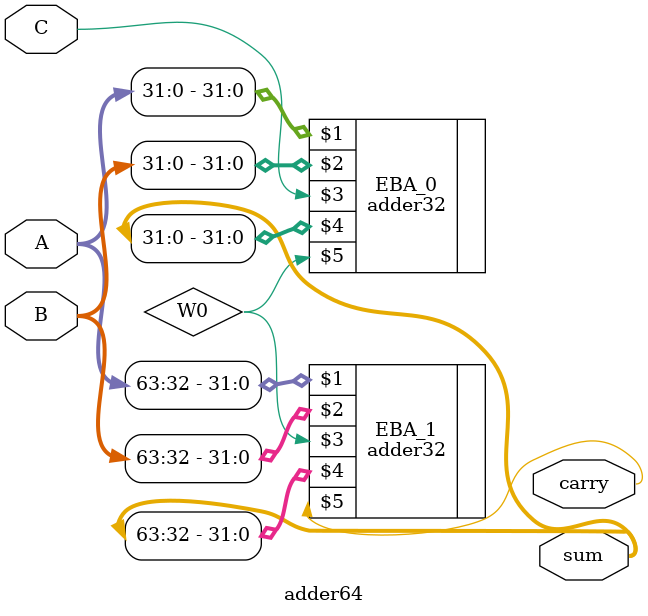
<source format=v>
`include "fulladder32.v"
module adder64(A, B, C, sum, carry);
	input[63:0] A, B;	
	input C;
	output[63:0] sum;
	output carry;
	wire W0;
	adder32 EBA_0(A[31:0], B[31:0], C, sum[31:0], W0);
	adder32 EBA_1(A[63:32], B[63:32], W0, sum[63:32], carry);
endmodule


</source>
